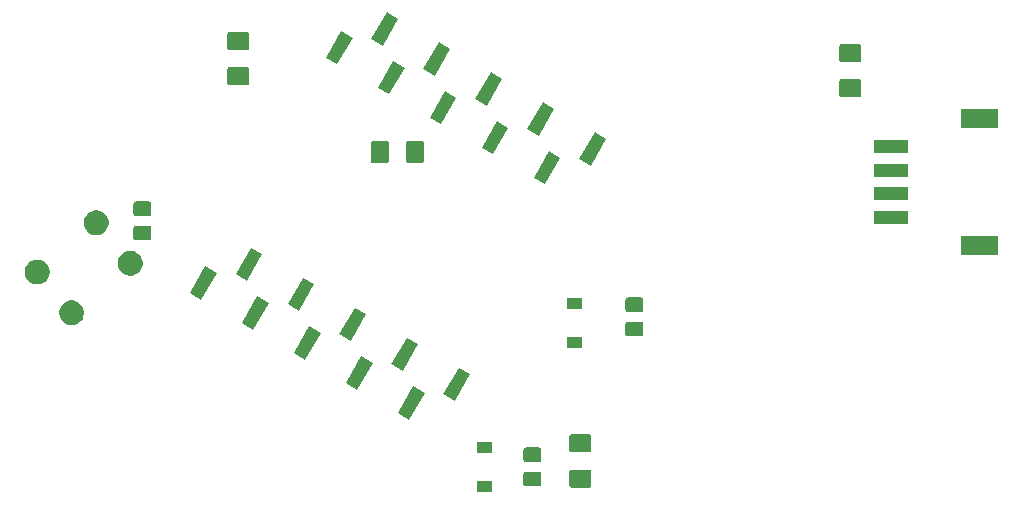
<source format=gbs>
G04 #@! TF.GenerationSoftware,KiCad,Pcbnew,(5.0.1-3-g963ef8bb5)*
G04 #@! TF.CreationDate,2019-04-21T20:34:48+02:00*
G04 #@! TF.ProjectId,unicorn_pcb,756E69636F726E5F7063622E6B696361,rev?*
G04 #@! TF.SameCoordinates,Original*
G04 #@! TF.FileFunction,Soldermask,Bot*
G04 #@! TF.FilePolarity,Negative*
%FSLAX46Y46*%
G04 Gerber Fmt 4.6, Leading zero omitted, Abs format (unit mm)*
G04 Created by KiCad (PCBNEW (5.0.1-3-g963ef8bb5)) date Sunday, 21 April 2019 at 20:34:48*
%MOMM*%
%LPD*%
G01*
G04 APERTURE LIST*
%ADD10C,0.100000*%
G04 APERTURE END LIST*
D10*
G36*
X197247000Y-96131000D02*
X195945000Y-96131000D01*
X195945000Y-95129000D01*
X197247000Y-95129000D01*
X197247000Y-96131000D01*
X197247000Y-96131000D01*
G37*
G36*
X205499562Y-94200181D02*
X205534477Y-94210773D01*
X205566665Y-94227978D01*
X205594873Y-94251127D01*
X205618022Y-94279335D01*
X205635227Y-94311523D01*
X205645819Y-94346438D01*
X205650000Y-94388895D01*
X205650000Y-95530105D01*
X205645819Y-95572562D01*
X205635227Y-95607477D01*
X205618022Y-95639665D01*
X205594873Y-95667873D01*
X205566665Y-95691022D01*
X205534477Y-95708227D01*
X205499562Y-95718819D01*
X205457105Y-95723000D01*
X203990895Y-95723000D01*
X203948438Y-95718819D01*
X203913523Y-95708227D01*
X203881335Y-95691022D01*
X203853127Y-95667873D01*
X203829978Y-95639665D01*
X203812773Y-95607477D01*
X203802181Y-95572562D01*
X203798000Y-95530105D01*
X203798000Y-94388895D01*
X203802181Y-94346438D01*
X203812773Y-94311523D01*
X203829978Y-94279335D01*
X203853127Y-94251127D01*
X203881335Y-94227978D01*
X203913523Y-94210773D01*
X203948438Y-94200181D01*
X203990895Y-94196000D01*
X205457105Y-94196000D01*
X205499562Y-94200181D01*
X205499562Y-94200181D01*
G37*
G36*
X201248677Y-94383465D02*
X201286364Y-94394898D01*
X201321103Y-94413466D01*
X201351548Y-94438452D01*
X201376534Y-94468897D01*
X201395102Y-94503636D01*
X201406535Y-94541323D01*
X201411000Y-94586661D01*
X201411000Y-95423339D01*
X201406535Y-95468677D01*
X201395102Y-95506364D01*
X201376534Y-95541103D01*
X201351548Y-95571548D01*
X201321103Y-95596534D01*
X201286364Y-95615102D01*
X201248677Y-95626535D01*
X201203339Y-95631000D01*
X200116661Y-95631000D01*
X200071323Y-95626535D01*
X200033636Y-95615102D01*
X199998897Y-95596534D01*
X199968452Y-95571548D01*
X199943466Y-95541103D01*
X199924898Y-95506364D01*
X199913465Y-95468677D01*
X199909000Y-95423339D01*
X199909000Y-94586661D01*
X199913465Y-94541323D01*
X199924898Y-94503636D01*
X199943466Y-94468897D01*
X199968452Y-94438452D01*
X199998897Y-94413466D01*
X200033636Y-94394898D01*
X200071323Y-94383465D01*
X200116661Y-94379000D01*
X201203339Y-94379000D01*
X201248677Y-94383465D01*
X201248677Y-94383465D01*
G37*
G36*
X201248677Y-92333465D02*
X201286364Y-92344898D01*
X201321103Y-92363466D01*
X201351548Y-92388452D01*
X201376534Y-92418897D01*
X201395102Y-92453636D01*
X201406535Y-92491323D01*
X201411000Y-92536661D01*
X201411000Y-93373339D01*
X201406535Y-93418677D01*
X201395102Y-93456364D01*
X201376534Y-93491103D01*
X201351548Y-93521548D01*
X201321103Y-93546534D01*
X201286364Y-93565102D01*
X201248677Y-93576535D01*
X201203339Y-93581000D01*
X200116661Y-93581000D01*
X200071323Y-93576535D01*
X200033636Y-93565102D01*
X199998897Y-93546534D01*
X199968452Y-93521548D01*
X199943466Y-93491103D01*
X199924898Y-93456364D01*
X199913465Y-93418677D01*
X199909000Y-93373339D01*
X199909000Y-92536661D01*
X199913465Y-92491323D01*
X199924898Y-92453636D01*
X199943466Y-92418897D01*
X199968452Y-92388452D01*
X199998897Y-92363466D01*
X200033636Y-92344898D01*
X200071323Y-92333465D01*
X200116661Y-92329000D01*
X201203339Y-92329000D01*
X201248677Y-92333465D01*
X201248677Y-92333465D01*
G37*
G36*
X197247000Y-92831000D02*
X195945000Y-92831000D01*
X195945000Y-91829000D01*
X197247000Y-91829000D01*
X197247000Y-92831000D01*
X197247000Y-92831000D01*
G37*
G36*
X205499562Y-91225181D02*
X205534477Y-91235773D01*
X205566665Y-91252978D01*
X205594873Y-91276127D01*
X205618022Y-91304335D01*
X205635227Y-91336523D01*
X205645819Y-91371438D01*
X205650000Y-91413895D01*
X205650000Y-92555105D01*
X205645819Y-92597562D01*
X205635227Y-92632477D01*
X205618022Y-92664665D01*
X205594873Y-92692873D01*
X205566665Y-92716022D01*
X205534477Y-92733227D01*
X205499562Y-92743819D01*
X205457105Y-92748000D01*
X203990895Y-92748000D01*
X203948438Y-92743819D01*
X203913523Y-92733227D01*
X203881335Y-92716022D01*
X203853127Y-92692873D01*
X203829978Y-92664665D01*
X203812773Y-92632477D01*
X203802181Y-92597562D01*
X203798000Y-92555105D01*
X203798000Y-91413895D01*
X203802181Y-91371438D01*
X203812773Y-91336523D01*
X203829978Y-91304335D01*
X203853127Y-91276127D01*
X203881335Y-91252978D01*
X203913523Y-91235773D01*
X203948438Y-91225181D01*
X203990895Y-91221000D01*
X205457105Y-91221000D01*
X205499562Y-91225181D01*
X205499562Y-91225181D01*
G37*
G36*
X191534102Y-87717423D02*
X190228102Y-89979481D01*
X189273742Y-89428481D01*
X190579742Y-87166423D01*
X191534102Y-87717423D01*
X191534102Y-87717423D01*
G37*
G36*
X195388806Y-86120879D02*
X194082806Y-88382937D01*
X193128446Y-87831937D01*
X194434446Y-85569879D01*
X195388806Y-86120879D01*
X195388806Y-86120879D01*
G37*
G36*
X187134693Y-85177423D02*
X185828693Y-87439481D01*
X184874333Y-86888481D01*
X186180333Y-84626423D01*
X187134693Y-85177423D01*
X187134693Y-85177423D01*
G37*
G36*
X190989397Y-83580879D02*
X189683397Y-85842937D01*
X188729037Y-85291937D01*
X190035037Y-83029879D01*
X190989397Y-83580879D01*
X190989397Y-83580879D01*
G37*
G36*
X182735284Y-82637423D02*
X181429284Y-84899481D01*
X180474924Y-84348481D01*
X181780924Y-82086423D01*
X182735284Y-82637423D01*
X182735284Y-82637423D01*
G37*
G36*
X204867000Y-83939000D02*
X203565000Y-83939000D01*
X203565000Y-82937000D01*
X204867000Y-82937000D01*
X204867000Y-83939000D01*
X204867000Y-83939000D01*
G37*
G36*
X186589988Y-81040879D02*
X185283988Y-83302937D01*
X184329628Y-82751937D01*
X185635628Y-80489879D01*
X186589988Y-81040879D01*
X186589988Y-81040879D01*
G37*
G36*
X209884677Y-81683465D02*
X209922364Y-81694898D01*
X209957103Y-81713466D01*
X209987548Y-81738452D01*
X210012534Y-81768897D01*
X210031102Y-81803636D01*
X210042535Y-81841323D01*
X210047000Y-81886661D01*
X210047000Y-82723339D01*
X210042535Y-82768677D01*
X210031102Y-82806364D01*
X210012534Y-82841103D01*
X209987548Y-82871548D01*
X209957103Y-82896534D01*
X209922364Y-82915102D01*
X209884677Y-82926535D01*
X209839339Y-82931000D01*
X208752661Y-82931000D01*
X208707323Y-82926535D01*
X208669636Y-82915102D01*
X208634897Y-82896534D01*
X208604452Y-82871548D01*
X208579466Y-82841103D01*
X208560898Y-82806364D01*
X208549465Y-82768677D01*
X208545000Y-82723339D01*
X208545000Y-81886661D01*
X208549465Y-81841323D01*
X208560898Y-81803636D01*
X208579466Y-81768897D01*
X208604452Y-81738452D01*
X208634897Y-81713466D01*
X208669636Y-81694898D01*
X208707323Y-81683465D01*
X208752661Y-81679000D01*
X209839339Y-81679000D01*
X209884677Y-81683465D01*
X209884677Y-81683465D01*
G37*
G36*
X178335875Y-80097423D02*
X177029875Y-82359481D01*
X176075515Y-81808481D01*
X177381515Y-79546423D01*
X178335875Y-80097423D01*
X178335875Y-80097423D01*
G37*
G36*
X161949109Y-79906589D02*
X162140378Y-79985815D01*
X162312520Y-80100837D01*
X162458907Y-80247224D01*
X162573929Y-80419366D01*
X162653155Y-80610635D01*
X162693544Y-80813684D01*
X162693544Y-81020716D01*
X162653155Y-81223765D01*
X162573929Y-81415034D01*
X162458907Y-81587176D01*
X162312520Y-81733563D01*
X162140378Y-81848585D01*
X161949109Y-81927811D01*
X161746060Y-81968200D01*
X161539028Y-81968200D01*
X161335979Y-81927811D01*
X161144710Y-81848585D01*
X160972568Y-81733563D01*
X160826181Y-81587176D01*
X160711159Y-81415034D01*
X160631933Y-81223765D01*
X160591544Y-81020716D01*
X160591544Y-80813684D01*
X160631933Y-80610635D01*
X160711159Y-80419366D01*
X160826181Y-80247224D01*
X160972568Y-80100837D01*
X161144710Y-79985815D01*
X161335979Y-79906589D01*
X161539028Y-79866200D01*
X161746060Y-79866200D01*
X161949109Y-79906589D01*
X161949109Y-79906589D01*
G37*
G36*
X209884677Y-79633465D02*
X209922364Y-79644898D01*
X209957103Y-79663466D01*
X209987548Y-79688452D01*
X210012534Y-79718897D01*
X210031102Y-79753636D01*
X210042535Y-79791323D01*
X210047000Y-79836661D01*
X210047000Y-80673339D01*
X210042535Y-80718677D01*
X210031102Y-80756364D01*
X210012534Y-80791103D01*
X209987548Y-80821548D01*
X209957103Y-80846534D01*
X209922364Y-80865102D01*
X209884677Y-80876535D01*
X209839339Y-80881000D01*
X208752661Y-80881000D01*
X208707323Y-80876535D01*
X208669636Y-80865102D01*
X208634897Y-80846534D01*
X208604452Y-80821548D01*
X208579466Y-80791103D01*
X208560898Y-80756364D01*
X208549465Y-80718677D01*
X208545000Y-80673339D01*
X208545000Y-79836661D01*
X208549465Y-79791323D01*
X208560898Y-79753636D01*
X208579466Y-79718897D01*
X208604452Y-79688452D01*
X208634897Y-79663466D01*
X208669636Y-79644898D01*
X208707323Y-79633465D01*
X208752661Y-79629000D01*
X209839339Y-79629000D01*
X209884677Y-79633465D01*
X209884677Y-79633465D01*
G37*
G36*
X182190579Y-78500879D02*
X180884579Y-80762937D01*
X179930219Y-80211937D01*
X181236219Y-77949879D01*
X182190579Y-78500879D01*
X182190579Y-78500879D01*
G37*
G36*
X204867000Y-80639000D02*
X203565000Y-80639000D01*
X203565000Y-79637000D01*
X204867000Y-79637000D01*
X204867000Y-80639000D01*
X204867000Y-80639000D01*
G37*
G36*
X173936466Y-77557423D02*
X172630466Y-79819481D01*
X171676106Y-79268481D01*
X172982106Y-77006423D01*
X173936466Y-77557423D01*
X173936466Y-77557423D01*
G37*
G36*
X159056565Y-76459389D02*
X159247834Y-76538615D01*
X159419976Y-76653637D01*
X159566363Y-76800024D01*
X159681385Y-76972166D01*
X159760611Y-77163435D01*
X159801000Y-77366484D01*
X159801000Y-77573516D01*
X159760611Y-77776565D01*
X159681385Y-77967834D01*
X159566363Y-78139976D01*
X159419976Y-78286363D01*
X159247834Y-78401385D01*
X159056565Y-78480611D01*
X158853516Y-78521000D01*
X158646484Y-78521000D01*
X158443435Y-78480611D01*
X158252166Y-78401385D01*
X158080024Y-78286363D01*
X157933637Y-78139976D01*
X157818615Y-77967834D01*
X157739389Y-77776565D01*
X157699000Y-77573516D01*
X157699000Y-77366484D01*
X157739389Y-77163435D01*
X157818615Y-76972166D01*
X157933637Y-76800024D01*
X158080024Y-76653637D01*
X158252166Y-76538615D01*
X158443435Y-76459389D01*
X158646484Y-76419000D01*
X158853516Y-76419000D01*
X159056565Y-76459389D01*
X159056565Y-76459389D01*
G37*
G36*
X177791170Y-75960879D02*
X176485170Y-78222937D01*
X175530810Y-77671937D01*
X176836810Y-75409879D01*
X177791170Y-75960879D01*
X177791170Y-75960879D01*
G37*
G36*
X166928398Y-75728470D02*
X167119667Y-75807696D01*
X167291809Y-75922718D01*
X167438196Y-76069105D01*
X167553218Y-76241247D01*
X167632444Y-76432516D01*
X167672833Y-76635565D01*
X167672833Y-76842597D01*
X167632444Y-77045646D01*
X167553218Y-77236915D01*
X167438196Y-77409057D01*
X167291809Y-77555444D01*
X167119667Y-77670466D01*
X166928398Y-77749692D01*
X166725349Y-77790081D01*
X166518317Y-77790081D01*
X166315268Y-77749692D01*
X166123999Y-77670466D01*
X165951857Y-77555444D01*
X165805470Y-77409057D01*
X165690448Y-77236915D01*
X165611222Y-77045646D01*
X165570833Y-76842597D01*
X165570833Y-76635565D01*
X165611222Y-76432516D01*
X165690448Y-76241247D01*
X165805470Y-76069105D01*
X165951857Y-75922718D01*
X166123999Y-75807696D01*
X166315268Y-75728470D01*
X166518317Y-75688081D01*
X166725349Y-75688081D01*
X166928398Y-75728470D01*
X166928398Y-75728470D01*
G37*
G36*
X240089890Y-76047800D02*
X236988150Y-76047800D01*
X236988150Y-74447200D01*
X240089890Y-74447200D01*
X240089890Y-76047800D01*
X240089890Y-76047800D01*
G37*
G36*
X168228677Y-73555465D02*
X168266364Y-73566898D01*
X168301103Y-73585466D01*
X168331548Y-73610452D01*
X168356534Y-73640897D01*
X168375102Y-73675636D01*
X168386535Y-73713323D01*
X168391000Y-73758661D01*
X168391000Y-74595339D01*
X168386535Y-74640677D01*
X168375102Y-74678364D01*
X168356534Y-74713103D01*
X168331548Y-74743548D01*
X168301103Y-74768534D01*
X168266364Y-74787102D01*
X168228677Y-74798535D01*
X168183339Y-74803000D01*
X167096661Y-74803000D01*
X167051323Y-74798535D01*
X167013636Y-74787102D01*
X166978897Y-74768534D01*
X166948452Y-74743548D01*
X166923466Y-74713103D01*
X166904898Y-74678364D01*
X166893465Y-74640677D01*
X166889000Y-74595339D01*
X166889000Y-73758661D01*
X166893465Y-73713323D01*
X166904898Y-73675636D01*
X166923466Y-73640897D01*
X166948452Y-73610452D01*
X166978897Y-73585466D01*
X167013636Y-73566898D01*
X167051323Y-73555465D01*
X167096661Y-73551000D01*
X168183339Y-73551000D01*
X168228677Y-73555465D01*
X168228677Y-73555465D01*
G37*
G36*
X164035854Y-72281270D02*
X164227123Y-72360496D01*
X164399265Y-72475518D01*
X164545652Y-72621905D01*
X164660674Y-72794047D01*
X164739900Y-72985316D01*
X164780289Y-73188365D01*
X164780289Y-73395397D01*
X164739900Y-73598446D01*
X164660674Y-73789715D01*
X164545652Y-73961857D01*
X164399265Y-74108244D01*
X164227123Y-74223266D01*
X164035854Y-74302492D01*
X163832805Y-74342881D01*
X163625773Y-74342881D01*
X163422724Y-74302492D01*
X163231455Y-74223266D01*
X163059313Y-74108244D01*
X162912926Y-73961857D01*
X162797904Y-73789715D01*
X162718678Y-73598446D01*
X162678289Y-73395397D01*
X162678289Y-73188365D01*
X162718678Y-72985316D01*
X162797904Y-72794047D01*
X162912926Y-72621905D01*
X163059313Y-72475518D01*
X163231455Y-72360496D01*
X163422724Y-72281270D01*
X163625773Y-72240881D01*
X163832805Y-72240881D01*
X164035854Y-72281270D01*
X164035854Y-72281270D01*
G37*
G36*
X232461000Y-73404930D02*
X229620880Y-73404930D01*
X229620880Y-72294550D01*
X232461000Y-72294550D01*
X232461000Y-73404930D01*
X232461000Y-73404930D01*
G37*
G36*
X168228677Y-71505465D02*
X168266364Y-71516898D01*
X168301103Y-71535466D01*
X168331548Y-71560452D01*
X168356534Y-71590897D01*
X168375102Y-71625636D01*
X168386535Y-71663323D01*
X168391000Y-71708661D01*
X168391000Y-72545339D01*
X168386535Y-72590677D01*
X168375102Y-72628364D01*
X168356534Y-72663103D01*
X168331548Y-72693548D01*
X168301103Y-72718534D01*
X168266364Y-72737102D01*
X168228677Y-72748535D01*
X168183339Y-72753000D01*
X167096661Y-72753000D01*
X167051323Y-72748535D01*
X167013636Y-72737102D01*
X166978897Y-72718534D01*
X166948452Y-72693548D01*
X166923466Y-72663103D01*
X166904898Y-72628364D01*
X166893465Y-72590677D01*
X166889000Y-72545339D01*
X166889000Y-71708661D01*
X166893465Y-71663323D01*
X166904898Y-71625636D01*
X166923466Y-71590897D01*
X166948452Y-71560452D01*
X166978897Y-71535466D01*
X167013636Y-71516898D01*
X167051323Y-71505465D01*
X167096661Y-71501000D01*
X168183339Y-71501000D01*
X168228677Y-71505465D01*
X168228677Y-71505465D01*
G37*
G36*
X232461000Y-71403410D02*
X229620880Y-71403410D01*
X229620880Y-70293030D01*
X232461000Y-70293030D01*
X232461000Y-71403410D01*
X232461000Y-71403410D01*
G37*
G36*
X203034102Y-67798839D02*
X201728102Y-70060897D01*
X200773742Y-69509897D01*
X202079742Y-67247839D01*
X203034102Y-67798839D01*
X203034102Y-67798839D01*
G37*
G36*
X232461000Y-69406970D02*
X229620880Y-69406970D01*
X229620880Y-68296590D01*
X232461000Y-68296590D01*
X232461000Y-69406970D01*
X232461000Y-69406970D01*
G37*
G36*
X206888806Y-66202295D02*
X205582806Y-68464353D01*
X204628446Y-67913353D01*
X205934446Y-65651295D01*
X206888806Y-66202295D01*
X206888806Y-66202295D01*
G37*
G36*
X188355562Y-66388181D02*
X188390477Y-66398773D01*
X188422665Y-66415978D01*
X188450873Y-66439127D01*
X188474022Y-66467335D01*
X188491227Y-66499523D01*
X188501819Y-66534438D01*
X188506000Y-66576895D01*
X188506000Y-68043105D01*
X188501819Y-68085562D01*
X188491227Y-68120477D01*
X188474022Y-68152665D01*
X188450873Y-68180873D01*
X188422665Y-68204022D01*
X188390477Y-68221227D01*
X188355562Y-68231819D01*
X188313105Y-68236000D01*
X187171895Y-68236000D01*
X187129438Y-68231819D01*
X187094523Y-68221227D01*
X187062335Y-68204022D01*
X187034127Y-68180873D01*
X187010978Y-68152665D01*
X186993773Y-68120477D01*
X186983181Y-68085562D01*
X186979000Y-68043105D01*
X186979000Y-66576895D01*
X186983181Y-66534438D01*
X186993773Y-66499523D01*
X187010978Y-66467335D01*
X187034127Y-66439127D01*
X187062335Y-66415978D01*
X187094523Y-66398773D01*
X187129438Y-66388181D01*
X187171895Y-66384000D01*
X188313105Y-66384000D01*
X188355562Y-66388181D01*
X188355562Y-66388181D01*
G37*
G36*
X191330562Y-66388181D02*
X191365477Y-66398773D01*
X191397665Y-66415978D01*
X191425873Y-66439127D01*
X191449022Y-66467335D01*
X191466227Y-66499523D01*
X191476819Y-66534438D01*
X191481000Y-66576895D01*
X191481000Y-68043105D01*
X191476819Y-68085562D01*
X191466227Y-68120477D01*
X191449022Y-68152665D01*
X191425873Y-68180873D01*
X191397665Y-68204022D01*
X191365477Y-68221227D01*
X191330562Y-68231819D01*
X191288105Y-68236000D01*
X190146895Y-68236000D01*
X190104438Y-68231819D01*
X190069523Y-68221227D01*
X190037335Y-68204022D01*
X190009127Y-68180873D01*
X189985978Y-68152665D01*
X189968773Y-68120477D01*
X189958181Y-68085562D01*
X189954000Y-68043105D01*
X189954000Y-66576895D01*
X189958181Y-66534438D01*
X189968773Y-66499523D01*
X189985978Y-66467335D01*
X190009127Y-66439127D01*
X190037335Y-66415978D01*
X190069523Y-66398773D01*
X190104438Y-66388181D01*
X190146895Y-66384000D01*
X191288105Y-66384000D01*
X191330562Y-66388181D01*
X191330562Y-66388181D01*
G37*
G36*
X198634693Y-65258839D02*
X197328693Y-67520897D01*
X196374333Y-66969897D01*
X197680333Y-64707839D01*
X198634693Y-65258839D01*
X198634693Y-65258839D01*
G37*
G36*
X232461000Y-67405450D02*
X229620880Y-67405450D01*
X229620880Y-66295070D01*
X232461000Y-66295070D01*
X232461000Y-67405450D01*
X232461000Y-67405450D01*
G37*
G36*
X202489397Y-63662295D02*
X201183397Y-65924353D01*
X200229037Y-65373353D01*
X201535037Y-63111295D01*
X202489397Y-63662295D01*
X202489397Y-63662295D01*
G37*
G36*
X240089890Y-65252800D02*
X236988150Y-65252800D01*
X236988150Y-63652200D01*
X240089890Y-63652200D01*
X240089890Y-65252800D01*
X240089890Y-65252800D01*
G37*
G36*
X194235284Y-62718839D02*
X192929284Y-64980897D01*
X191974924Y-64429897D01*
X193280924Y-62167839D01*
X194235284Y-62718839D01*
X194235284Y-62718839D01*
G37*
G36*
X198089988Y-61122295D02*
X196783988Y-63384353D01*
X195829628Y-62833353D01*
X197135628Y-60571295D01*
X198089988Y-61122295D01*
X198089988Y-61122295D01*
G37*
G36*
X228359562Y-61143681D02*
X228394477Y-61154273D01*
X228426665Y-61171478D01*
X228454873Y-61194627D01*
X228478022Y-61222835D01*
X228495227Y-61255023D01*
X228505819Y-61289938D01*
X228510000Y-61332395D01*
X228510000Y-62473605D01*
X228505819Y-62516062D01*
X228495227Y-62550977D01*
X228478022Y-62583165D01*
X228454873Y-62611373D01*
X228426665Y-62634522D01*
X228394477Y-62651727D01*
X228359562Y-62662319D01*
X228317105Y-62666500D01*
X226850895Y-62666500D01*
X226808438Y-62662319D01*
X226773523Y-62651727D01*
X226741335Y-62634522D01*
X226713127Y-62611373D01*
X226689978Y-62583165D01*
X226672773Y-62550977D01*
X226662181Y-62516062D01*
X226658000Y-62473605D01*
X226658000Y-61332395D01*
X226662181Y-61289938D01*
X226672773Y-61255023D01*
X226689978Y-61222835D01*
X226713127Y-61194627D01*
X226741335Y-61171478D01*
X226773523Y-61154273D01*
X226808438Y-61143681D01*
X226850895Y-61139500D01*
X228317105Y-61139500D01*
X228359562Y-61143681D01*
X228359562Y-61143681D01*
G37*
G36*
X189835875Y-60178839D02*
X188529875Y-62440897D01*
X187575515Y-61889897D01*
X188881515Y-59627839D01*
X189835875Y-60178839D01*
X189835875Y-60178839D01*
G37*
G36*
X176543562Y-60127681D02*
X176578477Y-60138273D01*
X176610665Y-60155478D01*
X176638873Y-60178627D01*
X176662022Y-60206835D01*
X176679227Y-60239023D01*
X176689819Y-60273938D01*
X176694000Y-60316395D01*
X176694000Y-61457605D01*
X176689819Y-61500062D01*
X176679227Y-61534977D01*
X176662022Y-61567165D01*
X176638873Y-61595373D01*
X176610665Y-61618522D01*
X176578477Y-61635727D01*
X176543562Y-61646319D01*
X176501105Y-61650500D01*
X175034895Y-61650500D01*
X174992438Y-61646319D01*
X174957523Y-61635727D01*
X174925335Y-61618522D01*
X174897127Y-61595373D01*
X174873978Y-61567165D01*
X174856773Y-61534977D01*
X174846181Y-61500062D01*
X174842000Y-61457605D01*
X174842000Y-60316395D01*
X174846181Y-60273938D01*
X174856773Y-60239023D01*
X174873978Y-60206835D01*
X174897127Y-60178627D01*
X174925335Y-60155478D01*
X174957523Y-60138273D01*
X174992438Y-60127681D01*
X175034895Y-60123500D01*
X176501105Y-60123500D01*
X176543562Y-60127681D01*
X176543562Y-60127681D01*
G37*
G36*
X193690579Y-58582295D02*
X192384579Y-60844353D01*
X191430219Y-60293353D01*
X192736219Y-58031295D01*
X193690579Y-58582295D01*
X193690579Y-58582295D01*
G37*
G36*
X185436466Y-57638839D02*
X184130466Y-59900897D01*
X183176106Y-59349897D01*
X184482106Y-57087839D01*
X185436466Y-57638839D01*
X185436466Y-57638839D01*
G37*
G36*
X228359562Y-58168681D02*
X228394477Y-58179273D01*
X228426665Y-58196478D01*
X228454873Y-58219627D01*
X228478022Y-58247835D01*
X228495227Y-58280023D01*
X228505819Y-58314938D01*
X228510000Y-58357395D01*
X228510000Y-59498605D01*
X228505819Y-59541062D01*
X228495227Y-59575977D01*
X228478022Y-59608165D01*
X228454873Y-59636373D01*
X228426665Y-59659522D01*
X228394477Y-59676727D01*
X228359562Y-59687319D01*
X228317105Y-59691500D01*
X226850895Y-59691500D01*
X226808438Y-59687319D01*
X226773523Y-59676727D01*
X226741335Y-59659522D01*
X226713127Y-59636373D01*
X226689978Y-59608165D01*
X226672773Y-59575977D01*
X226662181Y-59541062D01*
X226658000Y-59498605D01*
X226658000Y-58357395D01*
X226662181Y-58314938D01*
X226672773Y-58280023D01*
X226689978Y-58247835D01*
X226713127Y-58219627D01*
X226741335Y-58196478D01*
X226773523Y-58179273D01*
X226808438Y-58168681D01*
X226850895Y-58164500D01*
X228317105Y-58164500D01*
X228359562Y-58168681D01*
X228359562Y-58168681D01*
G37*
G36*
X176543562Y-57152681D02*
X176578477Y-57163273D01*
X176610665Y-57180478D01*
X176638873Y-57203627D01*
X176662022Y-57231835D01*
X176679227Y-57264023D01*
X176689819Y-57298938D01*
X176694000Y-57341395D01*
X176694000Y-58482605D01*
X176689819Y-58525062D01*
X176679227Y-58559977D01*
X176662022Y-58592165D01*
X176638873Y-58620373D01*
X176610665Y-58643522D01*
X176578477Y-58660727D01*
X176543562Y-58671319D01*
X176501105Y-58675500D01*
X175034895Y-58675500D01*
X174992438Y-58671319D01*
X174957523Y-58660727D01*
X174925335Y-58643522D01*
X174897127Y-58620373D01*
X174873978Y-58592165D01*
X174856773Y-58559977D01*
X174846181Y-58525062D01*
X174842000Y-58482605D01*
X174842000Y-57341395D01*
X174846181Y-57298938D01*
X174856773Y-57264023D01*
X174873978Y-57231835D01*
X174897127Y-57203627D01*
X174925335Y-57180478D01*
X174957523Y-57163273D01*
X174992438Y-57152681D01*
X175034895Y-57148500D01*
X176501105Y-57148500D01*
X176543562Y-57152681D01*
X176543562Y-57152681D01*
G37*
G36*
X189291170Y-56042295D02*
X187985170Y-58304353D01*
X187030810Y-57753353D01*
X188336810Y-55491295D01*
X189291170Y-56042295D01*
X189291170Y-56042295D01*
G37*
M02*

</source>
